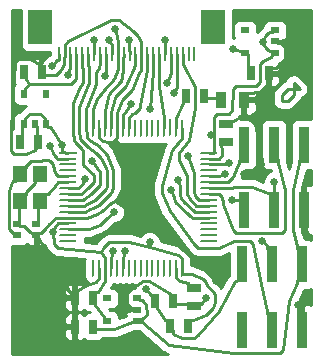
<source format=gtl>
G04 (created by PCBNEW (2013-jul-07)-stable) date Sat 18 Apr 2015 04:53:35 PM EDT*
%MOIN*%
G04 Gerber Fmt 3.4, Leading zero omitted, Abs format*
%FSLAX34Y34*%
G01*
G70*
G90*
G04 APERTURE LIST*
%ADD10C,0.00590551*%
%ADD11R,0.047X0.055*%
%ADD12R,0.06X0.0098*%
%ADD13O,0.06X0.0098*%
%ADD14O,0.0098X0.06*%
%ADD15R,0.02X0.03*%
%ADD16R,0.03X0.02*%
%ADD17R,0.035X0.055*%
%ADD18R,0.045X0.025*%
%ADD19R,0.025X0.045*%
%ADD20R,0.038X0.119*%
%ADD21R,0.0275591X0.023622*%
%ADD22R,0.0787X0.1181*%
%ADD23R,0.00984252X0.0492*%
%ADD24C,0.025*%
%ADD25C,0.009*%
%ADD26C,0.01*%
G04 APERTURE END LIST*
G54D10*
G54D11*
X24960Y-27241D03*
X24290Y-27241D03*
X24290Y-28141D03*
X24960Y-28141D03*
G54D12*
X25891Y-26523D03*
G54D13*
X25891Y-26720D03*
X25891Y-26917D03*
X25891Y-27114D03*
X25891Y-27311D03*
X25891Y-27507D03*
X25891Y-27704D03*
X25891Y-27901D03*
X25891Y-28098D03*
X25891Y-28295D03*
X25891Y-28492D03*
X25891Y-28688D03*
X25891Y-28885D03*
X25891Y-29082D03*
X25891Y-29279D03*
X25891Y-29476D03*
G54D14*
X26726Y-30374D03*
X26923Y-30374D03*
X27120Y-30374D03*
X27317Y-30374D03*
X27514Y-30374D03*
X27710Y-30374D03*
X27907Y-30374D03*
X28104Y-30374D03*
X28301Y-30374D03*
X28498Y-30374D03*
X28695Y-30374D03*
X28891Y-30374D03*
X29088Y-30374D03*
X29285Y-30374D03*
X29482Y-30374D03*
X29679Y-30374D03*
G54D13*
X30577Y-29476D03*
X30577Y-29279D03*
X30577Y-29082D03*
X30577Y-28885D03*
X30577Y-28688D03*
X30577Y-28492D03*
X30577Y-28295D03*
X30577Y-28098D03*
X30577Y-27901D03*
X30577Y-27704D03*
X30577Y-27507D03*
X30577Y-27311D03*
X30577Y-27114D03*
X30577Y-26917D03*
X30577Y-26720D03*
X30577Y-26523D03*
G54D14*
X29679Y-25688D03*
X29482Y-25688D03*
X29088Y-25688D03*
X29285Y-25681D03*
X28891Y-25688D03*
X28695Y-25688D03*
X28498Y-25688D03*
X28301Y-25688D03*
X28104Y-25688D03*
X27907Y-25688D03*
X27713Y-25688D03*
X27516Y-25688D03*
X27319Y-25688D03*
X27122Y-25688D03*
X26926Y-25688D03*
X26729Y-25688D03*
G54D15*
X24403Y-25574D03*
X25153Y-25574D03*
X24403Y-24574D03*
X24778Y-25574D03*
X25153Y-24574D03*
G54D16*
X28190Y-32129D03*
X28190Y-31379D03*
X27190Y-32129D03*
X28190Y-31754D03*
X27190Y-31379D03*
X32781Y-23194D03*
X32781Y-22444D03*
X31781Y-23194D03*
X32781Y-22819D03*
X31781Y-22444D03*
G54D17*
X30997Y-24763D03*
X31747Y-24763D03*
G54D18*
X31146Y-26154D03*
X31146Y-25554D03*
X30079Y-31647D03*
X30079Y-31047D03*
G54D19*
X29891Y-32297D03*
X29291Y-32297D03*
X29369Y-31457D03*
X28769Y-31457D03*
X26711Y-32325D03*
X26111Y-32325D03*
X26712Y-31361D03*
X26112Y-31361D03*
X24295Y-26167D03*
X24895Y-26167D03*
X30409Y-24624D03*
X29809Y-24624D03*
G54D20*
X33741Y-28434D03*
X32741Y-28434D03*
X31741Y-28434D03*
X33741Y-26254D03*
X32741Y-26254D03*
X31741Y-26254D03*
X31675Y-30243D03*
X32675Y-30243D03*
X33675Y-30243D03*
X31675Y-32423D03*
X32675Y-32423D03*
X33675Y-32423D03*
G54D21*
X24195Y-28887D03*
X24825Y-28887D03*
X24195Y-29281D03*
X24825Y-29281D03*
G54D19*
X25011Y-23829D03*
X24411Y-23829D03*
X31975Y-23877D03*
X32575Y-23877D03*
G54D22*
X30724Y-22332D03*
X24963Y-22332D03*
G54D23*
X25570Y-23247D03*
X25767Y-23247D03*
X25963Y-23247D03*
X26160Y-23247D03*
X26357Y-23247D03*
X26554Y-23247D03*
X26751Y-23247D03*
X26948Y-23247D03*
X27144Y-23247D03*
X27341Y-23247D03*
X27538Y-23247D03*
X27735Y-23247D03*
X27932Y-23247D03*
X28129Y-23247D03*
X28326Y-23247D03*
X28522Y-23247D03*
X28719Y-23247D03*
X28916Y-23247D03*
X29113Y-23247D03*
X29310Y-23247D03*
X29507Y-23247D03*
X29704Y-23247D03*
X29900Y-23247D03*
X30097Y-23247D03*
G54D24*
X32750Y-26500D03*
X31103Y-27238D03*
X31343Y-28098D03*
X29318Y-27753D03*
X29115Y-22769D03*
X29549Y-27431D03*
X29420Y-24525D03*
X29889Y-26646D03*
X29197Y-24186D03*
X32230Y-24850D03*
X24200Y-25030D03*
X25635Y-30855D03*
X33780Y-28180D03*
X30801Y-30789D03*
X33556Y-31609D03*
X30472Y-31381D03*
X33804Y-29248D03*
X31750Y-27250D03*
X27381Y-29811D03*
X27100Y-23956D03*
X31372Y-23069D03*
X27255Y-22755D03*
X26439Y-27393D03*
X28481Y-31084D03*
X27772Y-29812D03*
X28599Y-25068D03*
X31741Y-26254D03*
X26691Y-26815D03*
X25866Y-23947D03*
X25286Y-26286D03*
X25359Y-23642D03*
X31246Y-26874D03*
X32338Y-29485D03*
X32750Y-27500D03*
X28602Y-29505D03*
X30642Y-25926D03*
X27436Y-22407D03*
X25677Y-26255D03*
X25370Y-29177D03*
X32365Y-22825D03*
X27981Y-24911D03*
X26754Y-22773D03*
X27422Y-28497D03*
X27928Y-22773D03*
G54D25*
X33400Y-24400D02*
X33600Y-24400D01*
X33600Y-24400D02*
X33400Y-24200D01*
X33000Y-24800D02*
X33000Y-24600D01*
X33200Y-24800D02*
X33000Y-24800D01*
X33400Y-24600D02*
X33200Y-24800D01*
X33400Y-24400D02*
X33400Y-24600D01*
X33200Y-24400D02*
X33400Y-24400D01*
X33000Y-24600D02*
X33200Y-24400D01*
X33400Y-24200D02*
X33400Y-24400D01*
X28295Y-32074D02*
X28190Y-32129D01*
X28340Y-32074D02*
X28295Y-32074D01*
X28359Y-32074D02*
X28340Y-32074D01*
X28385Y-32048D02*
X28359Y-32074D01*
X28509Y-31924D02*
X28385Y-32048D01*
X28509Y-31785D02*
X28509Y-31924D01*
X28492Y-31745D02*
X28509Y-31785D01*
X28492Y-31591D02*
X28492Y-31745D01*
X28385Y-31461D02*
X28492Y-31591D01*
X28359Y-31434D02*
X28385Y-31461D01*
X28340Y-31434D02*
X28359Y-31434D01*
X28295Y-31434D02*
X28340Y-31434D01*
X28190Y-31379D02*
X28295Y-31434D01*
X28085Y-32184D02*
X28190Y-32129D01*
X28040Y-32184D02*
X28085Y-32184D01*
X28022Y-32184D02*
X28040Y-32184D01*
X27417Y-32415D02*
X28022Y-32184D01*
X26836Y-32415D02*
X27417Y-32415D01*
X26791Y-32415D02*
X26836Y-32415D01*
X26711Y-32325D02*
X26791Y-32415D01*
X28295Y-32184D02*
X28190Y-32129D01*
X28340Y-32184D02*
X28295Y-32184D01*
X28359Y-32184D02*
X28340Y-32184D01*
X29243Y-32940D02*
X28359Y-32184D01*
X31408Y-33204D02*
X29243Y-32940D01*
X32788Y-33204D02*
X31408Y-33204D01*
X32942Y-33204D02*
X32788Y-33204D01*
X33051Y-33095D02*
X32942Y-33204D01*
X33245Y-31480D02*
X33051Y-33095D01*
X33530Y-30856D02*
X33245Y-31480D01*
X33530Y-30838D02*
X33530Y-30856D01*
X33530Y-30793D02*
X33530Y-30838D01*
X33675Y-30243D02*
X33530Y-30793D01*
X33530Y-29693D02*
X33675Y-30243D01*
X33530Y-29648D02*
X33530Y-29693D01*
X33530Y-29629D02*
X33530Y-29648D01*
X33365Y-29106D02*
X33530Y-29629D01*
X33365Y-28952D02*
X33365Y-29106D01*
X33365Y-27762D02*
X33365Y-28952D01*
X33596Y-26868D02*
X33365Y-27762D01*
X33596Y-26849D02*
X33596Y-26868D01*
X33596Y-26804D02*
X33596Y-26849D01*
X33741Y-26254D02*
X33596Y-26804D01*
X32741Y-26254D02*
X32741Y-26491D01*
X32741Y-26491D02*
X32750Y-26500D01*
X30828Y-27901D02*
X30577Y-27901D01*
X30909Y-27901D02*
X30828Y-27901D01*
X31025Y-28017D02*
X30909Y-27901D01*
X31048Y-28204D02*
X31025Y-28017D01*
X31048Y-28221D02*
X31048Y-28204D01*
X31365Y-29106D02*
X31048Y-28221D01*
X31473Y-29215D02*
X31365Y-29106D01*
X31853Y-29215D02*
X31473Y-29215D01*
X32008Y-29215D02*
X31853Y-29215D01*
X32214Y-29186D02*
X32008Y-29215D01*
X32462Y-29186D02*
X32214Y-29186D01*
X32479Y-29203D02*
X32462Y-29186D01*
X32518Y-29215D02*
X32479Y-29203D01*
X32853Y-29215D02*
X32518Y-29215D01*
X33008Y-29215D02*
X32853Y-29215D01*
X33117Y-29106D02*
X33008Y-29215D01*
X33117Y-28952D02*
X33117Y-29106D01*
X33117Y-27762D02*
X33117Y-28952D01*
X32886Y-26868D02*
X33117Y-27762D01*
X32886Y-26849D02*
X32886Y-26868D01*
X32886Y-26804D02*
X32886Y-26849D01*
X32741Y-26254D02*
X32886Y-26804D01*
X31551Y-28098D02*
X31343Y-28098D01*
X31596Y-28098D02*
X31551Y-28098D01*
X31741Y-28434D02*
X31596Y-28098D01*
X30828Y-27311D02*
X30577Y-27311D01*
X30909Y-27311D02*
X30828Y-27311D01*
X31103Y-27238D02*
X30909Y-27311D01*
X29115Y-23001D02*
X29115Y-22769D01*
X29115Y-23046D02*
X29115Y-23001D01*
X29113Y-23247D02*
X29115Y-23046D01*
X30326Y-28688D02*
X30577Y-28688D01*
X30062Y-28688D02*
X30326Y-28688D01*
X29956Y-28644D02*
X30062Y-28688D01*
X29876Y-28567D02*
X29956Y-28644D01*
X29463Y-28155D02*
X29876Y-28567D01*
X29398Y-27996D02*
X29463Y-28155D01*
X29318Y-27753D02*
X29398Y-27996D01*
X30326Y-28492D02*
X30577Y-28492D01*
X30101Y-28492D02*
X30326Y-28492D01*
X30067Y-28478D02*
X30101Y-28492D01*
X29749Y-28161D02*
X30067Y-28478D01*
X29659Y-28024D02*
X29749Y-28161D01*
X29629Y-27950D02*
X29659Y-28024D01*
X29629Y-27624D02*
X29629Y-27950D01*
X29549Y-27431D02*
X29629Y-27624D01*
X29499Y-24322D02*
X29420Y-24525D01*
X29507Y-24314D02*
X29499Y-24322D01*
X29507Y-23493D02*
X29507Y-24314D01*
X29507Y-23448D02*
X29507Y-23493D01*
X29507Y-23247D02*
X29507Y-23448D01*
X30326Y-28295D02*
X30577Y-28295D01*
X30163Y-28295D02*
X30326Y-28295D01*
X29932Y-28065D02*
X30163Y-28295D01*
X29860Y-27897D02*
X29932Y-28065D01*
X29860Y-27302D02*
X29860Y-27897D01*
X29594Y-26780D02*
X29860Y-27302D01*
X29594Y-26522D02*
X29594Y-26780D01*
X29914Y-26118D02*
X29594Y-26522D01*
X30101Y-25022D02*
X29914Y-26118D01*
X30109Y-24922D02*
X30101Y-25022D01*
X30109Y-24777D02*
X30109Y-24922D01*
X30109Y-24327D02*
X30109Y-24777D01*
X29708Y-23557D02*
X30109Y-24327D01*
X29708Y-23493D02*
X29708Y-23557D01*
X29708Y-23448D02*
X29708Y-23493D01*
X29704Y-23247D02*
X29708Y-23448D01*
X29305Y-23864D02*
X29197Y-24186D01*
X29305Y-23493D02*
X29305Y-23864D01*
X29305Y-23448D02*
X29305Y-23493D01*
X29310Y-23247D02*
X29305Y-23448D01*
X30326Y-28098D02*
X30577Y-28098D01*
X30244Y-28098D02*
X30326Y-28098D01*
X30129Y-27983D02*
X30244Y-28098D01*
X30091Y-27802D02*
X30129Y-27983D01*
X30091Y-27217D02*
X30091Y-27802D01*
X29889Y-26646D02*
X30091Y-27217D01*
X29088Y-25437D02*
X29088Y-25688D01*
X29088Y-25356D02*
X29088Y-25437D01*
X28908Y-24306D02*
X29088Y-25356D01*
X28908Y-24066D02*
X28908Y-24306D01*
X28911Y-23864D02*
X28908Y-24066D01*
X28911Y-23493D02*
X28911Y-23864D01*
X28911Y-23448D02*
X28911Y-23493D01*
X28916Y-23247D02*
X28911Y-23448D01*
X27907Y-25437D02*
X27907Y-25688D01*
X27907Y-25356D02*
X27907Y-25437D01*
X28022Y-25240D02*
X27907Y-25356D01*
X28105Y-25212D02*
X28022Y-25240D01*
X28282Y-25036D02*
X28105Y-25212D01*
X28290Y-24940D02*
X28282Y-25036D01*
X28511Y-23764D02*
X28290Y-24940D01*
X28517Y-23726D02*
X28511Y-23764D01*
X28517Y-23493D02*
X28517Y-23726D01*
X28517Y-23448D02*
X28517Y-23493D01*
X28522Y-23247D02*
X28517Y-23448D01*
X27319Y-25437D02*
X27319Y-25688D01*
X27319Y-25174D02*
X27319Y-25437D01*
X27445Y-24698D02*
X27319Y-25174D01*
X27451Y-24684D02*
X27445Y-24698D01*
X27822Y-24313D02*
X27451Y-24684D01*
X27863Y-24215D02*
X27822Y-24313D01*
X28068Y-23715D02*
X27863Y-24215D01*
X28124Y-23553D02*
X28068Y-23715D01*
X28124Y-23493D02*
X28124Y-23553D01*
X28124Y-23448D02*
X28124Y-23493D01*
X28129Y-23247D02*
X28124Y-23448D01*
X27122Y-25437D02*
X27122Y-25688D01*
X27122Y-25135D02*
X27122Y-25437D01*
X27218Y-24653D02*
X27122Y-25135D01*
X27258Y-24555D02*
X27218Y-24653D01*
X27629Y-24184D02*
X27258Y-24555D01*
X27635Y-24169D02*
X27629Y-24184D01*
X27730Y-23766D02*
X27635Y-24169D01*
X27730Y-23493D02*
X27730Y-23766D01*
X27730Y-23448D02*
X27730Y-23493D01*
X27735Y-23247D02*
X27730Y-23448D01*
X26142Y-28295D02*
X25891Y-28295D01*
X26405Y-28295D02*
X26142Y-28295D01*
X26513Y-28251D02*
X26405Y-28295D01*
X26781Y-28094D02*
X26513Y-28251D01*
X27140Y-27736D02*
X26781Y-28094D01*
X27176Y-27647D02*
X27140Y-27736D01*
X27176Y-27140D02*
X27176Y-27647D01*
X27140Y-27051D02*
X27176Y-27140D01*
X26981Y-26695D02*
X27140Y-27051D01*
X26811Y-26525D02*
X26981Y-26695D01*
X26562Y-26343D02*
X26811Y-26525D01*
X26325Y-26107D02*
X26562Y-26343D01*
X26289Y-26065D02*
X26325Y-26107D01*
X26263Y-25781D02*
X26289Y-26065D01*
X26263Y-25395D02*
X26263Y-25781D01*
X26263Y-25000D02*
X26263Y-25395D01*
X26276Y-24932D02*
X26263Y-25000D01*
X26454Y-24503D02*
X26276Y-24932D01*
X26555Y-24282D02*
X26454Y-24503D01*
X26590Y-24198D02*
X26555Y-24282D01*
X26590Y-23696D02*
X26590Y-24198D01*
X26560Y-23570D02*
X26590Y-23696D01*
X26558Y-23553D02*
X26560Y-23570D01*
X26558Y-23493D02*
X26558Y-23553D01*
X26558Y-23448D02*
X26558Y-23493D01*
X26554Y-23247D02*
X26558Y-23448D01*
X31747Y-24763D02*
X32143Y-24763D01*
X32143Y-24763D02*
X32230Y-24850D01*
X26112Y-31361D02*
X26112Y-31332D01*
X24026Y-25018D02*
X24026Y-25018D01*
X24188Y-25018D02*
X24026Y-25018D01*
X24200Y-25030D02*
X24188Y-25018D01*
X26112Y-31332D02*
X25635Y-30855D01*
X33741Y-28218D02*
X33741Y-28434D01*
X33780Y-28180D02*
X33741Y-28218D01*
X24243Y-28371D02*
X24290Y-28141D01*
X24243Y-28416D02*
X24243Y-28371D01*
X24243Y-28769D02*
X24243Y-28416D01*
X24243Y-28814D02*
X24243Y-28769D01*
X24195Y-28887D02*
X24243Y-28814D01*
X26142Y-28688D02*
X25891Y-28688D01*
X26523Y-28688D02*
X26142Y-28688D01*
X26846Y-28554D02*
X26523Y-28688D01*
X27029Y-28466D02*
X26846Y-28554D01*
X27298Y-28198D02*
X27029Y-28466D01*
X27438Y-28144D02*
X27298Y-28198D01*
X26112Y-31541D02*
X26112Y-31361D01*
X26112Y-31586D02*
X26112Y-31541D01*
X26112Y-32100D02*
X26112Y-31586D01*
X26112Y-32145D02*
X26112Y-32100D01*
X26111Y-32325D02*
X26112Y-32145D01*
X27400Y-26136D02*
X27298Y-26179D01*
X27516Y-26021D02*
X27400Y-26136D01*
X27516Y-25939D02*
X27516Y-26021D01*
X27516Y-25688D02*
X27516Y-25939D01*
X30349Y-31541D02*
X30472Y-31381D01*
X30323Y-31567D02*
X30349Y-31541D01*
X30304Y-31567D02*
X30323Y-31567D01*
X30259Y-31567D02*
X30304Y-31567D01*
X30079Y-31647D02*
X30259Y-31567D01*
X29449Y-31567D02*
X29369Y-31457D01*
X29494Y-31567D02*
X29449Y-31567D01*
X29854Y-31567D02*
X29494Y-31567D01*
X29899Y-31567D02*
X29854Y-31567D01*
X30079Y-31647D02*
X29899Y-31567D01*
X27516Y-25437D02*
X27516Y-25688D01*
X27516Y-25214D02*
X27516Y-25437D01*
X27673Y-24784D02*
X27516Y-25214D01*
X28015Y-24442D02*
X27673Y-24784D01*
X28252Y-23877D02*
X28015Y-24442D01*
X28300Y-23761D02*
X28252Y-23877D01*
X28321Y-23657D02*
X28300Y-23761D01*
X28321Y-23493D02*
X28321Y-23657D01*
X28321Y-23448D02*
X28321Y-23493D01*
X28326Y-23247D02*
X28321Y-23448D01*
X29661Y-29691D02*
X30801Y-30789D01*
X27550Y-28186D02*
X29661Y-29691D01*
X27438Y-28144D02*
X27550Y-28186D01*
X24815Y-26347D02*
X24895Y-26167D01*
X24026Y-25018D02*
X23984Y-25865D01*
X23984Y-25865D02*
X23984Y-26315D01*
X23984Y-26315D02*
X23984Y-26469D01*
X23984Y-26469D02*
X24093Y-26578D01*
X24093Y-26578D02*
X24138Y-26578D01*
X24138Y-26578D02*
X24292Y-26578D01*
X24292Y-26578D02*
X24360Y-26568D01*
X24360Y-26568D02*
X24493Y-26568D01*
X24493Y-26568D02*
X24788Y-26437D01*
X24788Y-26437D02*
X24815Y-26411D01*
X24815Y-26411D02*
X24815Y-26392D01*
X24815Y-26392D02*
X24815Y-26347D01*
X24100Y-23527D02*
X24026Y-25018D01*
X25011Y-23829D02*
X24931Y-23649D01*
X24931Y-23649D02*
X24931Y-23604D01*
X24931Y-23604D02*
X24931Y-23585D01*
X24931Y-23585D02*
X24905Y-23559D01*
X24905Y-23559D02*
X24613Y-23418D01*
X24613Y-23418D02*
X24363Y-23418D01*
X24363Y-23418D02*
X24209Y-23418D01*
X24209Y-23418D02*
X24100Y-23527D01*
X31682Y-25038D02*
X31682Y-25301D01*
X31682Y-24993D02*
X31682Y-25038D01*
X31747Y-24763D02*
X31682Y-24993D01*
X31326Y-25474D02*
X31146Y-25554D01*
X31371Y-25474D02*
X31326Y-25474D01*
X31390Y-25474D02*
X31371Y-25474D01*
X31682Y-25301D02*
X31390Y-25474D01*
X27561Y-28017D02*
X27438Y-28144D01*
X27674Y-27746D02*
X27561Y-28017D01*
X27674Y-27041D02*
X27674Y-27746D01*
X27561Y-26769D02*
X27674Y-27041D01*
X27422Y-26453D02*
X27561Y-26769D01*
X27298Y-26179D02*
X27422Y-26453D01*
X25771Y-23046D02*
X25767Y-23247D01*
X25771Y-23001D02*
X25771Y-23046D01*
X25771Y-22942D02*
X25771Y-23001D01*
X25772Y-22924D02*
X25771Y-22942D01*
X25881Y-22815D02*
X25772Y-22924D01*
X27307Y-22095D02*
X25881Y-22815D01*
X27565Y-22095D02*
X27307Y-22095D01*
X28052Y-22472D02*
X27565Y-22095D01*
X28229Y-22648D02*
X28052Y-22472D01*
X28300Y-22829D02*
X28229Y-22648D01*
X28319Y-22924D02*
X28300Y-22829D01*
X28321Y-22942D02*
X28319Y-22924D01*
X28321Y-23001D02*
X28321Y-22942D01*
X28321Y-23046D02*
X28321Y-23001D01*
X28326Y-23247D02*
X28321Y-23046D01*
X32655Y-23697D02*
X32575Y-23877D01*
X32700Y-23697D02*
X32655Y-23697D01*
X32798Y-23697D02*
X32700Y-23697D01*
X33034Y-23461D02*
X32798Y-23697D01*
X33117Y-23371D02*
X33034Y-23461D01*
X33117Y-23217D02*
X33117Y-23371D01*
X33117Y-23017D02*
X33117Y-23217D01*
X33008Y-22908D02*
X33117Y-23017D01*
X32950Y-22874D02*
X33008Y-22908D01*
X32931Y-22874D02*
X32950Y-22874D01*
X32886Y-22874D02*
X32931Y-22874D01*
X32781Y-22819D02*
X32886Y-22874D01*
X25091Y-23929D02*
X25011Y-23829D01*
X25136Y-23929D02*
X25091Y-23929D01*
X25478Y-23929D02*
X25136Y-23929D01*
X25646Y-23761D02*
X25478Y-23929D01*
X25760Y-23570D02*
X25646Y-23761D01*
X25762Y-23553D02*
X25760Y-23570D01*
X25762Y-23493D02*
X25762Y-23553D01*
X25762Y-23448D02*
X25762Y-23493D01*
X25767Y-23247D02*
X25762Y-23448D01*
X28085Y-31699D02*
X28190Y-31754D01*
X28040Y-31699D02*
X28085Y-31699D01*
X28022Y-31699D02*
X28040Y-31699D01*
X27963Y-31665D02*
X28022Y-31699D01*
X27854Y-31556D02*
X27963Y-31665D01*
X27854Y-31402D02*
X27854Y-31556D01*
X27854Y-31202D02*
X27854Y-31402D01*
X27963Y-31093D02*
X27854Y-31202D01*
X28370Y-30817D02*
X27963Y-31093D01*
X28592Y-30817D02*
X28370Y-30817D01*
X29263Y-31187D02*
X28592Y-30817D01*
X29289Y-31214D02*
X29263Y-31187D01*
X29289Y-31232D02*
X29289Y-31214D01*
X29289Y-31277D02*
X29289Y-31232D01*
X29369Y-31457D02*
X29289Y-31277D01*
X24918Y-29208D02*
X24825Y-29281D01*
X24963Y-29208D02*
X24918Y-29208D01*
X24982Y-29208D02*
X24963Y-29208D01*
X25008Y-29181D02*
X24982Y-29208D01*
X25104Y-29067D02*
X25008Y-29181D01*
X25246Y-28919D02*
X25104Y-29067D01*
X25477Y-28688D02*
X25246Y-28919D01*
X25640Y-28688D02*
X25477Y-28688D01*
X25891Y-28688D02*
X25640Y-28688D01*
X24918Y-29354D02*
X24825Y-29281D01*
X24918Y-29399D02*
X24918Y-29354D01*
X24918Y-29417D02*
X24918Y-29399D01*
X25942Y-31154D02*
X24918Y-29417D01*
X25969Y-31181D02*
X25942Y-31154D01*
X25987Y-31181D02*
X25969Y-31181D01*
X26032Y-31181D02*
X25987Y-31181D01*
X26112Y-31361D02*
X26032Y-31181D01*
X27221Y-26174D02*
X27298Y-26179D01*
X27041Y-26135D02*
X27221Y-26174D01*
X26926Y-26021D02*
X27041Y-26135D01*
X26926Y-25939D02*
X26926Y-26021D01*
X26926Y-25688D02*
X26926Y-25939D01*
X33556Y-31873D02*
X33675Y-32423D01*
X33556Y-31828D02*
X33556Y-31873D01*
X33556Y-31609D02*
X33556Y-31828D01*
X33804Y-28984D02*
X33741Y-28434D01*
X33804Y-29029D02*
X33804Y-28984D01*
X33804Y-29248D02*
X33804Y-29029D01*
X31682Y-25301D02*
X32008Y-25473D01*
X24288Y-28960D02*
X24195Y-28887D01*
X24333Y-28960D02*
X24288Y-28960D01*
X24352Y-28960D02*
X24333Y-28960D01*
X24407Y-28985D02*
X24352Y-28960D01*
X24614Y-29182D02*
X24407Y-28985D01*
X24669Y-29208D02*
X24614Y-29182D01*
X24688Y-29208D02*
X24669Y-29208D01*
X24733Y-29208D02*
X24688Y-29208D01*
X24825Y-29281D02*
X24733Y-29208D01*
X26923Y-30625D02*
X26923Y-30374D01*
X26923Y-30707D02*
X26923Y-30625D01*
X26807Y-30822D02*
X26923Y-30707D01*
X26510Y-30950D02*
X26807Y-30822D01*
X26219Y-31091D02*
X26510Y-30950D01*
X26192Y-31117D02*
X26219Y-31091D01*
X26192Y-31136D02*
X26192Y-31117D01*
X26192Y-31181D02*
X26192Y-31136D01*
X26112Y-31361D02*
X26192Y-31181D01*
X24770Y-27471D02*
X24960Y-27241D01*
X24770Y-27516D02*
X24770Y-27471D01*
X24770Y-27535D02*
X24770Y-27516D01*
X24480Y-27847D02*
X24770Y-27535D01*
X24480Y-27866D02*
X24480Y-27847D01*
X24480Y-27911D02*
X24480Y-27866D01*
X24290Y-28141D02*
X24480Y-27911D01*
X24833Y-25987D02*
X24895Y-26167D01*
X24833Y-25942D02*
X24833Y-25987D01*
X24833Y-25724D02*
X24833Y-25942D01*
X24833Y-25679D02*
X24833Y-25724D01*
X24778Y-25574D02*
X24833Y-25679D01*
X31877Y-24533D02*
X31747Y-24763D01*
X31922Y-24533D02*
X31877Y-24533D01*
X31941Y-24533D02*
X31922Y-24533D01*
X32228Y-24519D02*
X31941Y-24533D01*
X32272Y-24516D02*
X32228Y-24519D01*
X32514Y-24273D02*
X32272Y-24516D01*
X32514Y-24102D02*
X32514Y-24273D01*
X32514Y-24057D02*
X32514Y-24102D01*
X32575Y-23877D02*
X32514Y-24057D01*
X32365Y-26926D02*
X31750Y-27250D01*
X32117Y-25582D02*
X32365Y-26926D01*
X32008Y-25473D02*
X32117Y-25582D01*
X27139Y-23766D02*
X27100Y-23956D01*
X27139Y-23493D02*
X27139Y-23766D01*
X27139Y-23448D02*
X27139Y-23493D01*
X27144Y-23247D02*
X27139Y-23448D01*
X27317Y-30123D02*
X27317Y-30374D01*
X27317Y-30042D02*
X27317Y-30123D01*
X27381Y-29811D02*
X27317Y-30042D01*
X29482Y-25437D02*
X29482Y-25688D01*
X29482Y-25356D02*
X29482Y-25437D01*
X29729Y-24868D02*
X29482Y-25356D01*
X29729Y-24849D02*
X29729Y-24868D01*
X29729Y-24804D02*
X29729Y-24849D01*
X29809Y-24624D02*
X29729Y-24804D01*
X29482Y-30625D02*
X29482Y-30374D01*
X29487Y-30705D02*
X29482Y-30625D01*
X29600Y-30817D02*
X29487Y-30705D01*
X29873Y-30877D02*
X29600Y-30817D01*
X29899Y-30904D02*
X29873Y-30877D01*
X29899Y-30922D02*
X29899Y-30904D01*
X29899Y-30967D02*
X29899Y-30922D01*
X30079Y-31047D02*
X29899Y-30967D01*
X25150Y-27911D02*
X24960Y-28141D01*
X25195Y-27911D02*
X25150Y-27911D01*
X25214Y-27911D02*
X25195Y-27911D01*
X25240Y-27885D02*
X25214Y-27911D01*
X25443Y-27623D02*
X25240Y-27885D01*
X25558Y-27507D02*
X25443Y-27623D01*
X25640Y-27507D02*
X25558Y-27507D01*
X25891Y-27507D02*
X25640Y-27507D01*
X24893Y-28371D02*
X24960Y-28141D01*
X24893Y-28416D02*
X24893Y-28371D01*
X24893Y-28769D02*
X24893Y-28416D01*
X24893Y-28814D02*
X24893Y-28769D01*
X24825Y-28887D02*
X24893Y-28814D01*
X24480Y-27011D02*
X24290Y-27241D01*
X24480Y-26966D02*
X24480Y-27011D01*
X24480Y-26947D02*
X24480Y-26966D01*
X24506Y-26921D02*
X24480Y-26947D01*
X24652Y-26790D02*
X24506Y-26921D01*
X24934Y-26790D02*
X24652Y-26790D01*
X25073Y-26780D02*
X24934Y-26790D01*
X25227Y-26780D02*
X25073Y-26780D01*
X25266Y-26795D02*
X25227Y-26780D01*
X25366Y-26895D02*
X25266Y-26795D01*
X25381Y-26934D02*
X25366Y-26895D01*
X25443Y-27196D02*
X25381Y-26934D01*
X25558Y-27311D02*
X25443Y-27196D01*
X25640Y-27311D02*
X25558Y-27311D01*
X25891Y-27311D02*
X25640Y-27311D01*
X24100Y-27471D02*
X24290Y-27241D01*
X24055Y-27471D02*
X24100Y-27471D01*
X24036Y-27471D02*
X24055Y-27471D01*
X24010Y-27497D02*
X24036Y-27471D01*
X23914Y-27789D02*
X24010Y-27497D01*
X23913Y-27807D02*
X23914Y-27789D01*
X23913Y-28357D02*
X23913Y-27807D01*
X23913Y-28475D02*
X23913Y-28357D01*
X23913Y-29065D02*
X23913Y-28475D01*
X24013Y-29181D02*
X23913Y-29065D01*
X24039Y-29208D02*
X24013Y-29181D01*
X24058Y-29208D02*
X24039Y-29208D01*
X24103Y-29208D02*
X24058Y-29208D01*
X24195Y-29281D02*
X24103Y-29208D01*
X31676Y-23139D02*
X31781Y-23194D01*
X31631Y-23139D02*
X31676Y-23139D01*
X31613Y-23139D02*
X31631Y-23139D01*
X31372Y-23069D02*
X31613Y-23139D01*
X31886Y-23249D02*
X31781Y-23194D01*
X31886Y-23294D02*
X31886Y-23249D01*
X31886Y-23313D02*
X31886Y-23294D01*
X31895Y-23633D02*
X31886Y-23313D01*
X31895Y-23652D02*
X31895Y-23633D01*
X31895Y-23697D02*
X31895Y-23652D01*
X31975Y-23877D02*
X31895Y-23697D01*
X27336Y-22942D02*
X27255Y-22755D01*
X27336Y-23001D02*
X27336Y-22942D01*
X27336Y-23046D02*
X27336Y-23001D01*
X27341Y-23247D02*
X27336Y-23046D01*
X24491Y-24072D02*
X24582Y-24228D01*
X24491Y-24054D02*
X24491Y-24072D01*
X24491Y-24009D02*
X24491Y-24054D01*
X24411Y-23829D02*
X24491Y-24009D01*
X24458Y-24469D02*
X24403Y-24574D01*
X24458Y-24424D02*
X24458Y-24469D01*
X24458Y-24405D02*
X24458Y-24424D01*
X24582Y-24228D02*
X24458Y-24405D01*
X24809Y-24240D02*
X24582Y-24228D01*
X24963Y-24240D02*
X24809Y-24240D01*
X24976Y-24239D02*
X24963Y-24240D01*
X25130Y-24239D02*
X24976Y-24239D01*
X25330Y-24239D02*
X25130Y-24239D01*
X25744Y-24242D02*
X25330Y-24239D01*
X25988Y-24242D02*
X25744Y-24242D01*
X26160Y-24069D02*
X25988Y-24242D01*
X26160Y-23493D02*
X26160Y-24069D01*
X26160Y-23448D02*
X26160Y-23493D01*
X26160Y-23247D02*
X26160Y-23448D01*
X30828Y-26720D02*
X30577Y-26720D01*
X30909Y-26720D02*
X30828Y-26720D01*
X31025Y-26605D02*
X30909Y-26720D01*
X31025Y-26442D02*
X31025Y-26605D01*
X30966Y-26279D02*
X31025Y-26442D01*
X30966Y-26234D02*
X30966Y-26279D01*
X31146Y-26154D02*
X30966Y-26234D01*
X30867Y-24693D02*
X30997Y-24763D01*
X30822Y-24693D02*
X30867Y-24693D01*
X30534Y-24693D02*
X30822Y-24693D01*
X30489Y-24693D02*
X30534Y-24693D01*
X30409Y-24624D02*
X30489Y-24693D01*
X29371Y-32477D02*
X29291Y-32297D01*
X29371Y-32522D02*
X29371Y-32477D01*
X29371Y-32541D02*
X29371Y-32522D01*
X29397Y-32567D02*
X29371Y-32541D01*
X29689Y-32709D02*
X29397Y-32567D01*
X29939Y-32709D02*
X29689Y-32709D01*
X30093Y-32709D02*
X29939Y-32709D01*
X30202Y-32600D02*
X30093Y-32709D01*
X30929Y-31814D02*
X30202Y-32600D01*
X31440Y-30819D02*
X30929Y-31814D01*
X31466Y-30793D02*
X31440Y-30819D01*
X31485Y-30793D02*
X31466Y-30793D01*
X31530Y-30793D02*
X31485Y-30793D01*
X31675Y-30243D02*
X31530Y-30793D01*
X28599Y-31251D02*
X28481Y-31084D01*
X28626Y-31277D02*
X28599Y-31251D01*
X28644Y-31277D02*
X28626Y-31277D01*
X28689Y-31277D02*
X28644Y-31277D01*
X28769Y-31457D02*
X28689Y-31277D01*
X26142Y-27704D02*
X25891Y-27704D01*
X26223Y-27704D02*
X26142Y-27704D01*
X26339Y-27589D02*
X26223Y-27704D01*
X26439Y-27393D02*
X26339Y-27589D01*
X28831Y-31637D02*
X28769Y-31457D01*
X28831Y-31682D02*
X28831Y-31637D01*
X28831Y-31709D02*
X28831Y-31682D01*
X29121Y-32091D02*
X28831Y-31709D01*
X29147Y-32117D02*
X29121Y-32091D01*
X29166Y-32117D02*
X29147Y-32117D01*
X29211Y-32117D02*
X29166Y-32117D01*
X29291Y-32297D02*
X29211Y-32117D01*
X28714Y-23805D02*
X28599Y-25068D01*
X28714Y-23493D02*
X28714Y-23805D01*
X28714Y-23448D02*
X28714Y-23493D01*
X28719Y-23247D02*
X28714Y-23448D01*
X27710Y-30123D02*
X27710Y-30374D01*
X27710Y-30042D02*
X27710Y-30123D01*
X27772Y-29812D02*
X27710Y-30042D01*
X26142Y-28492D02*
X25891Y-28492D01*
X26445Y-28492D02*
X26142Y-28492D01*
X26624Y-28418D02*
X26445Y-28492D01*
X26723Y-28370D02*
X26624Y-28418D01*
X26905Y-28280D02*
X26723Y-28370D01*
X27325Y-27860D02*
X26905Y-28280D01*
X27396Y-27690D02*
X27325Y-27860D01*
X27396Y-27096D02*
X27396Y-27690D01*
X27325Y-26927D02*
X27396Y-27096D01*
X27190Y-26608D02*
X27325Y-26927D01*
X26899Y-26316D02*
X27190Y-26608D01*
X26644Y-26143D02*
X26899Y-26316D01*
X26525Y-26024D02*
X26644Y-26143D01*
X26507Y-25974D02*
X26525Y-26024D01*
X26494Y-25685D02*
X26507Y-25974D01*
X26494Y-25490D02*
X26494Y-25685D01*
X26494Y-25023D02*
X26494Y-25490D01*
X26498Y-24999D02*
X26494Y-25023D01*
X26805Y-24240D02*
X26498Y-24999D01*
X26828Y-23844D02*
X26805Y-24240D01*
X26887Y-23754D02*
X26828Y-23844D01*
X26902Y-23718D02*
X26887Y-23754D01*
X26922Y-23666D02*
X26902Y-23718D01*
X26941Y-23570D02*
X26922Y-23666D01*
X26943Y-23553D02*
X26941Y-23570D01*
X26943Y-23493D02*
X26943Y-23553D01*
X26943Y-23448D02*
X26943Y-23493D01*
X26948Y-23247D02*
X26943Y-23448D01*
X31741Y-26254D02*
X31596Y-26804D01*
X31596Y-26804D02*
X31596Y-26849D01*
X31596Y-26849D02*
X31596Y-26868D01*
X31596Y-26868D02*
X31527Y-27019D01*
X31527Y-27019D02*
X31376Y-27351D01*
X31376Y-27351D02*
X31216Y-27511D01*
X31216Y-27511D02*
X30990Y-27511D01*
X30990Y-27511D02*
X30990Y-27511D01*
X30990Y-27511D02*
X30909Y-27507D01*
X30909Y-27507D02*
X30828Y-27507D01*
X30577Y-27507D02*
X30828Y-27507D01*
X26142Y-27901D02*
X25891Y-27901D01*
X26305Y-27901D02*
X26142Y-27901D01*
X26560Y-27687D02*
X26305Y-27901D01*
X26732Y-27515D02*
X26560Y-27687D01*
X26732Y-27272D02*
X26732Y-27515D01*
X26397Y-26937D02*
X26732Y-27272D01*
X26375Y-26496D02*
X26397Y-26937D01*
X26369Y-26454D02*
X26375Y-26496D01*
X26346Y-26410D02*
X26369Y-26454D01*
X26107Y-26172D02*
X26346Y-26410D01*
X26085Y-26117D02*
X26107Y-26172D01*
X26032Y-25833D02*
X26085Y-26117D01*
X26032Y-25342D02*
X26032Y-25833D01*
X26032Y-24977D02*
X26032Y-25342D01*
X26054Y-24864D02*
X26032Y-24977D01*
X26249Y-24393D02*
X26054Y-24864D01*
X26373Y-24160D02*
X26249Y-24393D01*
X26375Y-24155D02*
X26373Y-24160D01*
X26375Y-23739D02*
X26375Y-24155D01*
X26361Y-23653D02*
X26375Y-23739D01*
X26361Y-23493D02*
X26361Y-23653D01*
X26361Y-23448D02*
X26361Y-23493D01*
X26357Y-23247D02*
X26361Y-23448D01*
X25958Y-23653D02*
X25866Y-23947D01*
X25958Y-23493D02*
X25958Y-23653D01*
X25958Y-23448D02*
X25958Y-23493D01*
X25963Y-23247D02*
X25958Y-23448D01*
X26142Y-28098D02*
X25891Y-28098D01*
X26366Y-28098D02*
X26142Y-28098D01*
X26401Y-28084D02*
X26366Y-28098D01*
X26657Y-27908D02*
X26401Y-28084D01*
X26954Y-27612D02*
X26657Y-27908D01*
X26957Y-27603D02*
X26954Y-27612D01*
X26957Y-27183D02*
X26957Y-27603D01*
X26954Y-27175D02*
X26957Y-27183D01*
X26691Y-26815D02*
X26954Y-27175D01*
X25475Y-23475D02*
X25359Y-23642D01*
X25502Y-23448D02*
X25475Y-23475D01*
X25520Y-23448D02*
X25502Y-23448D01*
X25565Y-23448D02*
X25520Y-23448D01*
X25570Y-23247D02*
X25565Y-23448D01*
X25640Y-26720D02*
X25891Y-26720D01*
X25530Y-26720D02*
X25640Y-26720D01*
X25514Y-26713D02*
X25530Y-26720D01*
X25405Y-26604D02*
X25514Y-26713D01*
X25286Y-26286D02*
X25405Y-26604D01*
X29679Y-25939D02*
X29679Y-25688D01*
X29679Y-26021D02*
X29679Y-25939D01*
X29370Y-26419D02*
X29679Y-26021D01*
X29363Y-26436D02*
X29370Y-26419D01*
X29007Y-27624D02*
X29363Y-26436D01*
X29007Y-27882D02*
X29007Y-27624D01*
X29268Y-28483D02*
X29007Y-27882D01*
X30091Y-29574D02*
X29268Y-28483D01*
X30228Y-29711D02*
X30091Y-29574D01*
X30730Y-29711D02*
X30228Y-29711D01*
X30925Y-29711D02*
X30730Y-29711D01*
X31408Y-29462D02*
X30925Y-29711D01*
X31562Y-29462D02*
X31408Y-29462D01*
X31897Y-29462D02*
X31562Y-29462D01*
X31937Y-29474D02*
X31897Y-29462D01*
X32039Y-29576D02*
X31937Y-29474D01*
X32039Y-29609D02*
X32039Y-29576D01*
X32043Y-29619D02*
X32039Y-29609D01*
X32299Y-30915D02*
X32043Y-29619D01*
X32530Y-31809D02*
X32299Y-30915D01*
X32530Y-31828D02*
X32530Y-31809D01*
X32530Y-31873D02*
X32530Y-31828D01*
X32675Y-32423D02*
X32530Y-31873D01*
X32504Y-29603D02*
X32338Y-29485D01*
X32530Y-29629D02*
X32504Y-29603D01*
X32530Y-29648D02*
X32530Y-29629D01*
X32530Y-29693D02*
X32530Y-29648D01*
X32675Y-30243D02*
X32530Y-29693D01*
X30828Y-26917D02*
X30577Y-26917D01*
X30991Y-26917D02*
X30828Y-26917D01*
X31246Y-26874D02*
X30991Y-26917D01*
X32741Y-28434D02*
X32741Y-27508D01*
X32741Y-27508D02*
X32750Y-27500D01*
X30828Y-27704D02*
X30577Y-27704D01*
X31296Y-27704D02*
X30828Y-27704D01*
X31473Y-27653D02*
X31296Y-27704D01*
X31628Y-27653D02*
X31473Y-27653D01*
X32008Y-27653D02*
X31628Y-27653D01*
X32532Y-27884D02*
X32008Y-27653D01*
X32551Y-27884D02*
X32532Y-27884D01*
X32596Y-27884D02*
X32551Y-27884D01*
X32741Y-28434D02*
X32596Y-27884D01*
X28616Y-29684D02*
X28616Y-29519D01*
X28616Y-29519D02*
X28602Y-29505D01*
X30642Y-25926D02*
X30690Y-25878D01*
X30690Y-25878D02*
X30735Y-25878D01*
X27070Y-29682D02*
X26985Y-29833D01*
X27252Y-29500D02*
X27070Y-29682D01*
X27510Y-29500D02*
X27252Y-29500D01*
X27901Y-29501D02*
X27510Y-29500D01*
X29563Y-29926D02*
X28616Y-29684D01*
X28616Y-29684D02*
X27901Y-29501D01*
X29679Y-30042D02*
X29563Y-29926D01*
X29679Y-30123D02*
X29679Y-30042D01*
X29679Y-30374D02*
X29679Y-30123D01*
X26729Y-25437D02*
X26729Y-25688D01*
X26729Y-25057D02*
X26729Y-25437D01*
X26863Y-24734D02*
X26729Y-25057D01*
X27065Y-24426D02*
X26863Y-24734D01*
X27407Y-24084D02*
X27065Y-24426D01*
X27532Y-23726D02*
X27407Y-24084D01*
X27533Y-23553D02*
X27532Y-23726D01*
X27533Y-23493D02*
X27533Y-23553D01*
X27533Y-23448D02*
X27533Y-23493D01*
X27538Y-23247D02*
X27533Y-23448D01*
X30735Y-26523D02*
X30577Y-26523D01*
X30735Y-25352D02*
X30735Y-25878D01*
X30735Y-25878D02*
X30735Y-26523D01*
X30844Y-25243D02*
X30735Y-25352D01*
X31249Y-25224D02*
X30844Y-25243D01*
X31358Y-25115D02*
X31249Y-25224D01*
X31386Y-24410D02*
X31358Y-25115D01*
X31495Y-24301D02*
X31386Y-24410D01*
X32132Y-24288D02*
X31495Y-24301D01*
X32173Y-24277D02*
X32132Y-24288D01*
X32275Y-24175D02*
X32173Y-24277D01*
X32275Y-23580D02*
X32275Y-24175D01*
X32378Y-23477D02*
X32275Y-23580D01*
X32650Y-23339D02*
X32378Y-23477D01*
X32676Y-23313D02*
X32650Y-23339D01*
X32676Y-23294D02*
X32676Y-23313D01*
X32676Y-23249D02*
X32676Y-23294D01*
X32781Y-23194D02*
X32676Y-23249D01*
X25098Y-25469D02*
X25153Y-25574D01*
X25098Y-25424D02*
X25098Y-25469D01*
X25098Y-25405D02*
X25098Y-25424D01*
X25064Y-25347D02*
X25098Y-25405D01*
X24955Y-25238D02*
X25064Y-25347D01*
X24755Y-25238D02*
X24955Y-25238D01*
X24601Y-25238D02*
X24755Y-25238D01*
X24492Y-25347D02*
X24601Y-25238D01*
X24458Y-25405D02*
X24492Y-25347D01*
X24458Y-25424D02*
X24458Y-25405D01*
X24458Y-25469D02*
X24458Y-25424D01*
X24403Y-25574D02*
X24458Y-25469D01*
X32445Y-22642D02*
X32365Y-22825D01*
X32554Y-22533D02*
X32445Y-22642D01*
X32613Y-22499D02*
X32554Y-22533D01*
X32631Y-22499D02*
X32613Y-22499D01*
X32676Y-22499D02*
X32631Y-22499D01*
X32781Y-22444D02*
X32676Y-22499D01*
X32676Y-23139D02*
X32781Y-23194D01*
X32631Y-23139D02*
X32676Y-23139D01*
X32613Y-23139D02*
X32631Y-23139D01*
X32554Y-23105D02*
X32613Y-23139D01*
X32445Y-22996D02*
X32554Y-23105D01*
X32365Y-22825D02*
X32445Y-22996D01*
X25677Y-26519D02*
X25891Y-26523D01*
X25677Y-26474D02*
X25677Y-26519D01*
X25677Y-26255D02*
X25677Y-26474D01*
X25640Y-28885D02*
X25891Y-28885D01*
X25558Y-28885D02*
X25640Y-28885D01*
X25443Y-29001D02*
X25558Y-28885D01*
X25370Y-29177D02*
X25443Y-29001D01*
X27522Y-22645D02*
X27436Y-22407D01*
X27533Y-22860D02*
X27522Y-22645D01*
X27533Y-23001D02*
X27533Y-22860D01*
X27533Y-23046D02*
X27533Y-23001D01*
X27538Y-23247D02*
X27533Y-23046D01*
X27120Y-30625D02*
X27120Y-30374D01*
X27120Y-30789D02*
X27120Y-30625D01*
X26882Y-31154D02*
X27120Y-30789D01*
X26856Y-31181D02*
X26882Y-31154D01*
X26837Y-31181D02*
X26856Y-31181D01*
X26792Y-31181D02*
X26837Y-31181D01*
X26712Y-31361D02*
X26792Y-31181D01*
X26792Y-31541D02*
X26712Y-31361D01*
X26792Y-31586D02*
X26792Y-31541D01*
X26792Y-31604D02*
X26792Y-31586D01*
X27085Y-32011D02*
X26792Y-31604D01*
X27085Y-32029D02*
X27085Y-32011D01*
X27085Y-32074D02*
X27085Y-32029D01*
X27190Y-32129D02*
X27085Y-32074D01*
X24349Y-25679D02*
X24403Y-25574D01*
X24349Y-25724D02*
X24349Y-25679D01*
X24349Y-25942D02*
X24349Y-25724D01*
X24349Y-25987D02*
X24349Y-25942D01*
X24295Y-26167D02*
X24349Y-25987D01*
X29679Y-30563D02*
X29679Y-30374D01*
X30003Y-30563D02*
X29679Y-30563D01*
X30381Y-30736D02*
X30003Y-30563D01*
X30490Y-30845D02*
X30381Y-30736D01*
X30490Y-30918D02*
X30490Y-30845D01*
X30783Y-31252D02*
X30490Y-30918D01*
X30783Y-31509D02*
X30783Y-31252D01*
X30721Y-31695D02*
X30783Y-31509D01*
X30477Y-31940D02*
X30721Y-31695D01*
X30035Y-32117D02*
X30477Y-31940D01*
X30016Y-32117D02*
X30035Y-32117D01*
X29971Y-32117D02*
X30016Y-32117D01*
X29891Y-32297D02*
X29971Y-32117D01*
X25542Y-29711D02*
X26985Y-29833D01*
X25405Y-29574D02*
X25542Y-29711D01*
X25370Y-29177D02*
X25405Y-29574D01*
X25317Y-25698D02*
X25677Y-26255D01*
X25279Y-25660D02*
X25317Y-25698D01*
X25253Y-25660D02*
X25279Y-25660D01*
X25208Y-25660D02*
X25253Y-25660D01*
X25153Y-25574D02*
X25208Y-25660D01*
X27120Y-30123D02*
X27120Y-30374D01*
X27120Y-30042D02*
X27120Y-30123D01*
X26985Y-29833D02*
X27120Y-30042D01*
X26754Y-23001D02*
X26754Y-22773D01*
X26754Y-23046D02*
X26754Y-23001D01*
X26751Y-23247D02*
X26754Y-23046D01*
X27713Y-25437D02*
X27713Y-25688D01*
X27713Y-25275D02*
X27713Y-25437D01*
X27981Y-24911D02*
X27713Y-25275D01*
X27928Y-23001D02*
X27928Y-22773D01*
X27928Y-23046D02*
X27928Y-23001D01*
X27932Y-23247D02*
X27928Y-23046D01*
X26142Y-29082D02*
X25891Y-29082D01*
X26553Y-29082D02*
X26142Y-29082D01*
X26570Y-29079D02*
X26553Y-29082D01*
X26950Y-28921D02*
X26570Y-29079D01*
X26965Y-28912D02*
X26950Y-28921D01*
X27194Y-28712D02*
X26965Y-28912D01*
X27422Y-28497D02*
X27194Y-28712D01*
G54D10*
G36*
X24348Y-28191D02*
X24340Y-28191D01*
X24340Y-28199D01*
X24240Y-28199D01*
X24240Y-28191D01*
X24232Y-28191D01*
X24232Y-28091D01*
X24240Y-28091D01*
X24240Y-28083D01*
X24340Y-28083D01*
X24340Y-28091D01*
X24348Y-28091D01*
X24348Y-28191D01*
X24348Y-28191D01*
G37*
G54D26*
X24348Y-28191D02*
X24340Y-28191D01*
X24340Y-28199D01*
X24240Y-28199D01*
X24240Y-28191D01*
X24232Y-28191D01*
X24232Y-28091D01*
X24240Y-28091D01*
X24240Y-28083D01*
X24340Y-28083D01*
X24340Y-28091D01*
X24348Y-28091D01*
X24348Y-28191D01*
G54D10*
G36*
X24803Y-25632D02*
X24753Y-25632D01*
X24753Y-25533D01*
X24755Y-25533D01*
X24803Y-25533D01*
X24803Y-25632D01*
X24803Y-25632D01*
G37*
G54D26*
X24803Y-25632D02*
X24753Y-25632D01*
X24753Y-25533D01*
X24755Y-25533D01*
X24803Y-25533D01*
X24803Y-25632D01*
G54D10*
G36*
X24950Y-26117D02*
X24911Y-26211D01*
X24911Y-26225D01*
X24845Y-26225D01*
X24845Y-26217D01*
X24837Y-26217D01*
X24837Y-26117D01*
X24845Y-26117D01*
X24845Y-26109D01*
X24945Y-26109D01*
X24945Y-26117D01*
X24950Y-26117D01*
X24950Y-26117D01*
G37*
G54D26*
X24950Y-26117D02*
X24911Y-26211D01*
X24911Y-26225D01*
X24845Y-26225D01*
X24845Y-26217D01*
X24837Y-26217D01*
X24837Y-26117D01*
X24845Y-26117D01*
X24845Y-26109D01*
X24945Y-26109D01*
X24945Y-26117D01*
X24950Y-26117D01*
G54D10*
G36*
X25018Y-27291D02*
X25010Y-27291D01*
X25010Y-27299D01*
X24910Y-27299D01*
X24910Y-27291D01*
X24902Y-27291D01*
X24902Y-27191D01*
X24910Y-27191D01*
X24910Y-27183D01*
X25010Y-27183D01*
X25010Y-27191D01*
X25018Y-27191D01*
X25018Y-27291D01*
X25018Y-27291D01*
G37*
G54D26*
X25018Y-27291D02*
X25010Y-27291D01*
X25010Y-27299D01*
X24910Y-27299D01*
X24910Y-27291D01*
X24902Y-27291D01*
X24902Y-27191D01*
X24910Y-27191D01*
X24910Y-27183D01*
X25010Y-27183D01*
X25010Y-27191D01*
X25018Y-27191D01*
X25018Y-27291D01*
G54D10*
G36*
X25270Y-23263D02*
X25267Y-23266D01*
X25259Y-23277D01*
X25147Y-23324D01*
X25041Y-23429D01*
X24984Y-23567D01*
X24984Y-23716D01*
X25041Y-23854D01*
X25066Y-23879D01*
X25061Y-23879D01*
X25061Y-23887D01*
X24961Y-23887D01*
X24961Y-23879D01*
X24953Y-23879D01*
X24953Y-23779D01*
X24961Y-23779D01*
X24961Y-23416D01*
X24899Y-23354D01*
X24837Y-23354D01*
X24745Y-23392D01*
X24711Y-23425D01*
X24678Y-23392D01*
X24586Y-23354D01*
X24487Y-23354D01*
X24237Y-23354D01*
X24145Y-23392D01*
X24074Y-23462D01*
X24036Y-23554D01*
X24036Y-23653D01*
X24036Y-24103D01*
X24074Y-24195D01*
X24126Y-24248D01*
X24091Y-24282D01*
X24053Y-24374D01*
X24053Y-24474D01*
X24053Y-24774D01*
X24091Y-24865D01*
X24161Y-24936D01*
X24253Y-24974D01*
X24353Y-24974D01*
X24475Y-24974D01*
X24392Y-25029D01*
X24283Y-25138D01*
X24262Y-25170D01*
X24259Y-25174D01*
X24254Y-25174D01*
X24162Y-25212D01*
X24091Y-25282D01*
X24053Y-25374D01*
X24053Y-25474D01*
X24053Y-25720D01*
X24028Y-25730D01*
X24019Y-25739D01*
X24019Y-21769D01*
X24319Y-21769D01*
X24319Y-21791D01*
X24319Y-22972D01*
X24357Y-23064D01*
X24427Y-23135D01*
X24519Y-23173D01*
X24619Y-23173D01*
X25270Y-23173D01*
X25270Y-23263D01*
X25270Y-23263D01*
G37*
G54D26*
X25270Y-23263D02*
X25267Y-23266D01*
X25259Y-23277D01*
X25147Y-23324D01*
X25041Y-23429D01*
X24984Y-23567D01*
X24984Y-23716D01*
X25041Y-23854D01*
X25066Y-23879D01*
X25061Y-23879D01*
X25061Y-23887D01*
X24961Y-23887D01*
X24961Y-23879D01*
X24953Y-23879D01*
X24953Y-23779D01*
X24961Y-23779D01*
X24961Y-23416D01*
X24899Y-23354D01*
X24837Y-23354D01*
X24745Y-23392D01*
X24711Y-23425D01*
X24678Y-23392D01*
X24586Y-23354D01*
X24487Y-23354D01*
X24237Y-23354D01*
X24145Y-23392D01*
X24074Y-23462D01*
X24036Y-23554D01*
X24036Y-23653D01*
X24036Y-24103D01*
X24074Y-24195D01*
X24126Y-24248D01*
X24091Y-24282D01*
X24053Y-24374D01*
X24053Y-24474D01*
X24053Y-24774D01*
X24091Y-24865D01*
X24161Y-24936D01*
X24253Y-24974D01*
X24353Y-24974D01*
X24475Y-24974D01*
X24392Y-25029D01*
X24283Y-25138D01*
X24262Y-25170D01*
X24259Y-25174D01*
X24254Y-25174D01*
X24162Y-25212D01*
X24091Y-25282D01*
X24053Y-25374D01*
X24053Y-25474D01*
X24053Y-25720D01*
X24028Y-25730D01*
X24019Y-25739D01*
X24019Y-21769D01*
X24319Y-21769D01*
X24319Y-21791D01*
X24319Y-22972D01*
X24357Y-23064D01*
X24427Y-23135D01*
X24519Y-23173D01*
X24619Y-23173D01*
X25270Y-23173D01*
X25270Y-23263D01*
G54D10*
G36*
X28204Y-31779D02*
X27991Y-31779D01*
X27930Y-31804D01*
X27853Y-31804D01*
X27790Y-31867D01*
X27790Y-31904D01*
X27806Y-31942D01*
X27801Y-31953D01*
X27590Y-32033D01*
X27590Y-31980D01*
X27552Y-31888D01*
X27482Y-31817D01*
X27390Y-31779D01*
X27291Y-31779D01*
X27282Y-31779D01*
X27246Y-31729D01*
X27390Y-31729D01*
X27482Y-31691D01*
X27552Y-31621D01*
X27590Y-31529D01*
X27590Y-31430D01*
X27590Y-31230D01*
X27552Y-31138D01*
X27482Y-31067D01*
X27390Y-31029D01*
X27316Y-31029D01*
X27367Y-30949D01*
X27378Y-30923D01*
X27378Y-30923D01*
X27415Y-30916D01*
X27514Y-30935D01*
X27612Y-30916D01*
X27710Y-30935D01*
X27808Y-30916D01*
X27907Y-30935D01*
X28005Y-30916D01*
X28104Y-30935D01*
X28140Y-30928D01*
X28106Y-31009D01*
X28106Y-31029D01*
X27991Y-31029D01*
X27899Y-31067D01*
X27829Y-31137D01*
X27790Y-31229D01*
X27790Y-31329D01*
X27790Y-31529D01*
X27806Y-31567D01*
X27790Y-31605D01*
X27790Y-31642D01*
X27853Y-31704D01*
X27930Y-31704D01*
X27990Y-31729D01*
X28090Y-31729D01*
X28197Y-31729D01*
X28197Y-31745D01*
X28204Y-31779D01*
X28204Y-31779D01*
G37*
G54D26*
X28204Y-31779D02*
X27991Y-31779D01*
X27930Y-31804D01*
X27853Y-31804D01*
X27790Y-31867D01*
X27790Y-31904D01*
X27806Y-31942D01*
X27801Y-31953D01*
X27590Y-32033D01*
X27590Y-31980D01*
X27552Y-31888D01*
X27482Y-31817D01*
X27390Y-31779D01*
X27291Y-31779D01*
X27282Y-31779D01*
X27246Y-31729D01*
X27390Y-31729D01*
X27482Y-31691D01*
X27552Y-31621D01*
X27590Y-31529D01*
X27590Y-31430D01*
X27590Y-31230D01*
X27552Y-31138D01*
X27482Y-31067D01*
X27390Y-31029D01*
X27316Y-31029D01*
X27367Y-30949D01*
X27378Y-30923D01*
X27378Y-30923D01*
X27415Y-30916D01*
X27514Y-30935D01*
X27612Y-30916D01*
X27710Y-30935D01*
X27808Y-30916D01*
X27907Y-30935D01*
X28005Y-30916D01*
X28104Y-30935D01*
X28140Y-30928D01*
X28106Y-31009D01*
X28106Y-31029D01*
X27991Y-31029D01*
X27899Y-31067D01*
X27829Y-31137D01*
X27790Y-31229D01*
X27790Y-31329D01*
X27790Y-31529D01*
X27806Y-31567D01*
X27790Y-31605D01*
X27790Y-31642D01*
X27853Y-31704D01*
X27930Y-31704D01*
X27990Y-31729D01*
X28090Y-31729D01*
X28197Y-31729D01*
X28197Y-31745D01*
X28204Y-31779D01*
G54D10*
G36*
X29199Y-33230D02*
X26062Y-33230D01*
X26062Y-31773D01*
X26062Y-31411D01*
X26062Y-31311D01*
X26062Y-30948D01*
X26000Y-30886D01*
X25938Y-30886D01*
X25846Y-30924D01*
X25776Y-30994D01*
X25737Y-31086D01*
X25737Y-31185D01*
X25737Y-31248D01*
X25800Y-31311D01*
X26062Y-31311D01*
X26062Y-31411D01*
X25800Y-31411D01*
X25737Y-31473D01*
X25737Y-31536D01*
X25737Y-31636D01*
X25776Y-31728D01*
X25846Y-31798D01*
X25938Y-31836D01*
X26000Y-31836D01*
X26062Y-31773D01*
X26062Y-33230D01*
X26061Y-33230D01*
X26061Y-32738D01*
X26061Y-32375D01*
X26061Y-32275D01*
X26061Y-31913D01*
X25998Y-31850D01*
X25936Y-31850D01*
X25844Y-31888D01*
X25774Y-31958D01*
X25736Y-32050D01*
X25736Y-32150D01*
X25736Y-32213D01*
X25798Y-32275D01*
X26061Y-32275D01*
X26061Y-32375D01*
X25798Y-32375D01*
X25736Y-32438D01*
X25736Y-32501D01*
X25736Y-32600D01*
X25774Y-32692D01*
X25844Y-32762D01*
X25936Y-32800D01*
X25998Y-32800D01*
X26061Y-32738D01*
X26061Y-33230D01*
X24019Y-33230D01*
X24019Y-29649D01*
X24107Y-29649D01*
X24383Y-29649D01*
X24475Y-29611D01*
X24510Y-29575D01*
X24546Y-29611D01*
X24638Y-29649D01*
X24713Y-29649D01*
X24775Y-29586D01*
X24775Y-29331D01*
X24767Y-29331D01*
X24767Y-29255D01*
X24883Y-29255D01*
X24883Y-29331D01*
X24875Y-29331D01*
X24875Y-29586D01*
X24938Y-29649D01*
X25013Y-29649D01*
X25105Y-29611D01*
X25112Y-29604D01*
X25124Y-29644D01*
X25132Y-29687D01*
X25139Y-29697D01*
X25143Y-29710D01*
X25172Y-29746D01*
X25196Y-29782D01*
X25334Y-29920D01*
X25372Y-29945D01*
X25407Y-29974D01*
X25419Y-29977D01*
X25430Y-29984D01*
X25474Y-29993D01*
X25518Y-30005D01*
X26433Y-30082D01*
X26427Y-30113D01*
X26427Y-30636D01*
X26450Y-30751D01*
X26514Y-30848D01*
X26572Y-30886D01*
X26538Y-30886D01*
X26446Y-30924D01*
X26412Y-30957D01*
X26379Y-30924D01*
X26287Y-30886D01*
X26225Y-30886D01*
X26162Y-30948D01*
X26162Y-31311D01*
X26170Y-31311D01*
X26170Y-31411D01*
X26162Y-31411D01*
X26162Y-31773D01*
X26225Y-31836D01*
X26287Y-31836D01*
X26379Y-31798D01*
X26412Y-31764D01*
X26446Y-31798D01*
X26538Y-31836D01*
X26596Y-31836D01*
X26606Y-31850D01*
X26536Y-31850D01*
X26444Y-31888D01*
X26411Y-31922D01*
X26377Y-31888D01*
X26285Y-31850D01*
X26223Y-31850D01*
X26161Y-31913D01*
X26161Y-32275D01*
X26169Y-32275D01*
X26169Y-32375D01*
X26161Y-32375D01*
X26161Y-32738D01*
X26223Y-32800D01*
X26285Y-32800D01*
X26377Y-32762D01*
X26411Y-32729D01*
X26444Y-32762D01*
X26536Y-32800D01*
X26635Y-32800D01*
X26885Y-32800D01*
X26977Y-32762D01*
X27029Y-32710D01*
X27417Y-32710D01*
X27470Y-32700D01*
X27523Y-32691D01*
X28077Y-32479D01*
X28090Y-32479D01*
X28250Y-32479D01*
X29052Y-33164D01*
X29076Y-33177D01*
X29098Y-33196D01*
X29127Y-33206D01*
X29152Y-33220D01*
X29180Y-33223D01*
X29199Y-33230D01*
X29199Y-33230D01*
G37*
G54D26*
X29199Y-33230D02*
X26062Y-33230D01*
X26062Y-31773D01*
X26062Y-31411D01*
X26062Y-31311D01*
X26062Y-30948D01*
X26000Y-30886D01*
X25938Y-30886D01*
X25846Y-30924D01*
X25776Y-30994D01*
X25737Y-31086D01*
X25737Y-31185D01*
X25737Y-31248D01*
X25800Y-31311D01*
X26062Y-31311D01*
X26062Y-31411D01*
X25800Y-31411D01*
X25737Y-31473D01*
X25737Y-31536D01*
X25737Y-31636D01*
X25776Y-31728D01*
X25846Y-31798D01*
X25938Y-31836D01*
X26000Y-31836D01*
X26062Y-31773D01*
X26062Y-33230D01*
X26061Y-33230D01*
X26061Y-32738D01*
X26061Y-32375D01*
X26061Y-32275D01*
X26061Y-31913D01*
X25998Y-31850D01*
X25936Y-31850D01*
X25844Y-31888D01*
X25774Y-31958D01*
X25736Y-32050D01*
X25736Y-32150D01*
X25736Y-32213D01*
X25798Y-32275D01*
X26061Y-32275D01*
X26061Y-32375D01*
X25798Y-32375D01*
X25736Y-32438D01*
X25736Y-32501D01*
X25736Y-32600D01*
X25774Y-32692D01*
X25844Y-32762D01*
X25936Y-32800D01*
X25998Y-32800D01*
X26061Y-32738D01*
X26061Y-33230D01*
X24019Y-33230D01*
X24019Y-29649D01*
X24107Y-29649D01*
X24383Y-29649D01*
X24475Y-29611D01*
X24510Y-29575D01*
X24546Y-29611D01*
X24638Y-29649D01*
X24713Y-29649D01*
X24775Y-29586D01*
X24775Y-29331D01*
X24767Y-29331D01*
X24767Y-29255D01*
X24883Y-29255D01*
X24883Y-29331D01*
X24875Y-29331D01*
X24875Y-29586D01*
X24938Y-29649D01*
X25013Y-29649D01*
X25105Y-29611D01*
X25112Y-29604D01*
X25124Y-29644D01*
X25132Y-29687D01*
X25139Y-29697D01*
X25143Y-29710D01*
X25172Y-29746D01*
X25196Y-29782D01*
X25334Y-29920D01*
X25372Y-29945D01*
X25407Y-29974D01*
X25419Y-29977D01*
X25430Y-29984D01*
X25474Y-29993D01*
X25518Y-30005D01*
X26433Y-30082D01*
X26427Y-30113D01*
X26427Y-30636D01*
X26450Y-30751D01*
X26514Y-30848D01*
X26572Y-30886D01*
X26538Y-30886D01*
X26446Y-30924D01*
X26412Y-30957D01*
X26379Y-30924D01*
X26287Y-30886D01*
X26225Y-30886D01*
X26162Y-30948D01*
X26162Y-31311D01*
X26170Y-31311D01*
X26170Y-31411D01*
X26162Y-31411D01*
X26162Y-31773D01*
X26225Y-31836D01*
X26287Y-31836D01*
X26379Y-31798D01*
X26412Y-31764D01*
X26446Y-31798D01*
X26538Y-31836D01*
X26596Y-31836D01*
X26606Y-31850D01*
X26536Y-31850D01*
X26444Y-31888D01*
X26411Y-31922D01*
X26377Y-31888D01*
X26285Y-31850D01*
X26223Y-31850D01*
X26161Y-31913D01*
X26161Y-32275D01*
X26169Y-32275D01*
X26169Y-32375D01*
X26161Y-32375D01*
X26161Y-32738D01*
X26223Y-32800D01*
X26285Y-32800D01*
X26377Y-32762D01*
X26411Y-32729D01*
X26444Y-32762D01*
X26536Y-32800D01*
X26635Y-32800D01*
X26885Y-32800D01*
X26977Y-32762D01*
X27029Y-32710D01*
X27417Y-32710D01*
X27470Y-32700D01*
X27523Y-32691D01*
X28077Y-32479D01*
X28090Y-32479D01*
X28250Y-32479D01*
X29052Y-33164D01*
X29076Y-33177D01*
X29098Y-33196D01*
X29127Y-33206D01*
X29152Y-33220D01*
X29180Y-33223D01*
X29199Y-33230D01*
G54D10*
G36*
X29427Y-31507D02*
X29419Y-31507D01*
X29419Y-31515D01*
X29319Y-31515D01*
X29319Y-31507D01*
X29311Y-31507D01*
X29311Y-31407D01*
X29319Y-31407D01*
X29319Y-31399D01*
X29419Y-31399D01*
X29419Y-31407D01*
X29427Y-31407D01*
X29427Y-31507D01*
X29427Y-31507D01*
G37*
G54D26*
X29427Y-31507D02*
X29419Y-31507D01*
X29419Y-31515D01*
X29319Y-31515D01*
X29319Y-31507D01*
X29311Y-31507D01*
X29311Y-31407D01*
X29319Y-31407D01*
X29319Y-31399D01*
X29419Y-31399D01*
X29419Y-31407D01*
X29427Y-31407D01*
X29427Y-31507D01*
G54D10*
G36*
X30137Y-31697D02*
X30129Y-31697D01*
X30129Y-31705D01*
X30029Y-31705D01*
X30029Y-31697D01*
X30021Y-31697D01*
X30021Y-31597D01*
X30029Y-31597D01*
X30029Y-31590D01*
X30129Y-31590D01*
X30129Y-31597D01*
X30137Y-31597D01*
X30137Y-31697D01*
X30137Y-31697D01*
G37*
G54D26*
X30137Y-31697D02*
X30129Y-31697D01*
X30129Y-31705D01*
X30029Y-31705D01*
X30029Y-31697D01*
X30021Y-31697D01*
X30021Y-31597D01*
X30029Y-31597D01*
X30029Y-31590D01*
X30129Y-31590D01*
X30129Y-31597D01*
X30137Y-31597D01*
X30137Y-31697D01*
G54D10*
G36*
X31204Y-25604D02*
X31196Y-25604D01*
X31196Y-25612D01*
X31096Y-25612D01*
X31096Y-25604D01*
X31088Y-25604D01*
X31088Y-25526D01*
X31204Y-25521D01*
X31204Y-25604D01*
X31204Y-25604D01*
G37*
G54D26*
X31204Y-25604D02*
X31196Y-25604D01*
X31196Y-25612D01*
X31096Y-25612D01*
X31096Y-25604D01*
X31088Y-25604D01*
X31088Y-25526D01*
X31204Y-25521D01*
X31204Y-25604D01*
G54D10*
G36*
X31235Y-30607D02*
X31231Y-30610D01*
X31202Y-30654D01*
X31178Y-30684D01*
X30993Y-31044D01*
X30775Y-30795D01*
X30763Y-30732D01*
X30699Y-30637D01*
X30598Y-30535D01*
X30598Y-30535D01*
X30598Y-30535D01*
X30590Y-30528D01*
X30551Y-30502D01*
X30504Y-30468D01*
X30126Y-30295D01*
X30121Y-30293D01*
X30116Y-30290D01*
X30065Y-30280D01*
X30014Y-30268D01*
X30009Y-30269D01*
X30003Y-30268D01*
X29978Y-30268D01*
X29978Y-30113D01*
X29974Y-30092D01*
X29974Y-30042D01*
X29974Y-30042D01*
X29951Y-29929D01*
X29887Y-29833D01*
X29887Y-29833D01*
X29772Y-29718D01*
X29756Y-29707D01*
X29740Y-29690D01*
X29703Y-29672D01*
X29676Y-29654D01*
X29658Y-29650D01*
X29636Y-29640D01*
X28977Y-29472D01*
X28977Y-29430D01*
X28920Y-29292D01*
X28814Y-29187D01*
X28676Y-29130D01*
X28527Y-29129D01*
X28389Y-29186D01*
X28284Y-29292D01*
X28283Y-29294D01*
X27974Y-29216D01*
X27937Y-29214D01*
X27903Y-29207D01*
X27511Y-29205D01*
X27511Y-29205D01*
X27510Y-29205D01*
X27252Y-29205D01*
X27139Y-29227D01*
X27044Y-29291D01*
X26861Y-29473D01*
X26839Y-29506D01*
X26825Y-29523D01*
X26449Y-29491D01*
X26452Y-29476D01*
X26432Y-29378D01*
X26432Y-29377D01*
X26553Y-29377D01*
X26582Y-29372D01*
X26611Y-29372D01*
X26628Y-29368D01*
X26654Y-29357D01*
X26666Y-29355D01*
X26666Y-29355D01*
X26683Y-29352D01*
X27063Y-29194D01*
X27087Y-29178D01*
X27115Y-29167D01*
X27129Y-29157D01*
X27142Y-29144D01*
X27159Y-29134D01*
X27388Y-28934D01*
X27391Y-28929D01*
X27396Y-28927D01*
X27454Y-28872D01*
X27496Y-28872D01*
X27634Y-28815D01*
X27739Y-28710D01*
X27796Y-28572D01*
X27797Y-28423D01*
X27740Y-28285D01*
X27634Y-28180D01*
X27496Y-28122D01*
X27480Y-28122D01*
X27534Y-28069D01*
X27534Y-28069D01*
X27534Y-28069D01*
X27598Y-27973D01*
X27668Y-27803D01*
X27668Y-27803D01*
X27691Y-27690D01*
X27691Y-27096D01*
X27668Y-26983D01*
X27668Y-26983D01*
X27598Y-26814D01*
X27598Y-26813D01*
X27597Y-26811D01*
X27462Y-26492D01*
X27430Y-26446D01*
X27399Y-26399D01*
X27232Y-26232D01*
X27319Y-26249D01*
X27433Y-26226D01*
X27435Y-26225D01*
X27445Y-26230D01*
X27467Y-26204D01*
X27516Y-26171D01*
X27565Y-26204D01*
X27587Y-26230D01*
X27597Y-26225D01*
X27598Y-26226D01*
X27713Y-26249D01*
X27810Y-26230D01*
X27907Y-26249D01*
X28005Y-26230D01*
X28104Y-26249D01*
X28202Y-26230D01*
X28301Y-26249D01*
X28399Y-26230D01*
X28498Y-26249D01*
X28596Y-26230D01*
X28695Y-26249D01*
X28793Y-26230D01*
X28891Y-26249D01*
X28989Y-26230D01*
X29088Y-26249D01*
X29136Y-26240D01*
X29119Y-26273D01*
X29097Y-26306D01*
X29090Y-26323D01*
X29087Y-26337D01*
X29085Y-26341D01*
X29085Y-26343D01*
X29080Y-26351D01*
X28724Y-27540D01*
X28720Y-27582D01*
X28712Y-27624D01*
X28712Y-27882D01*
X28712Y-27885D01*
X28712Y-27887D01*
X28723Y-27941D01*
X28734Y-27995D01*
X28735Y-27997D01*
X28736Y-28000D01*
X28997Y-28600D01*
X29017Y-28628D01*
X29032Y-28660D01*
X29855Y-29752D01*
X29872Y-29768D01*
X29882Y-29782D01*
X30020Y-29920D01*
X30116Y-29984D01*
X30228Y-30006D01*
X30730Y-30006D01*
X30925Y-30006D01*
X30938Y-30004D01*
X30950Y-30005D01*
X30994Y-29993D01*
X31038Y-29984D01*
X31049Y-29977D01*
X31061Y-29973D01*
X31235Y-29883D01*
X31235Y-30607D01*
X31235Y-30607D01*
G37*
G54D26*
X31235Y-30607D02*
X31231Y-30610D01*
X31202Y-30654D01*
X31178Y-30684D01*
X30993Y-31044D01*
X30775Y-30795D01*
X30763Y-30732D01*
X30699Y-30637D01*
X30598Y-30535D01*
X30598Y-30535D01*
X30598Y-30535D01*
X30590Y-30528D01*
X30551Y-30502D01*
X30504Y-30468D01*
X30126Y-30295D01*
X30121Y-30293D01*
X30116Y-30290D01*
X30065Y-30280D01*
X30014Y-30268D01*
X30009Y-30269D01*
X30003Y-30268D01*
X29978Y-30268D01*
X29978Y-30113D01*
X29974Y-30092D01*
X29974Y-30042D01*
X29974Y-30042D01*
X29951Y-29929D01*
X29887Y-29833D01*
X29887Y-29833D01*
X29772Y-29718D01*
X29756Y-29707D01*
X29740Y-29690D01*
X29703Y-29672D01*
X29676Y-29654D01*
X29658Y-29650D01*
X29636Y-29640D01*
X28977Y-29472D01*
X28977Y-29430D01*
X28920Y-29292D01*
X28814Y-29187D01*
X28676Y-29130D01*
X28527Y-29129D01*
X28389Y-29186D01*
X28284Y-29292D01*
X28283Y-29294D01*
X27974Y-29216D01*
X27937Y-29214D01*
X27903Y-29207D01*
X27511Y-29205D01*
X27511Y-29205D01*
X27510Y-29205D01*
X27252Y-29205D01*
X27139Y-29227D01*
X27044Y-29291D01*
X26861Y-29473D01*
X26839Y-29506D01*
X26825Y-29523D01*
X26449Y-29491D01*
X26452Y-29476D01*
X26432Y-29378D01*
X26432Y-29377D01*
X26553Y-29377D01*
X26582Y-29372D01*
X26611Y-29372D01*
X26628Y-29368D01*
X26654Y-29357D01*
X26666Y-29355D01*
X26666Y-29355D01*
X26683Y-29352D01*
X27063Y-29194D01*
X27087Y-29178D01*
X27115Y-29167D01*
X27129Y-29157D01*
X27142Y-29144D01*
X27159Y-29134D01*
X27388Y-28934D01*
X27391Y-28929D01*
X27396Y-28927D01*
X27454Y-28872D01*
X27496Y-28872D01*
X27634Y-28815D01*
X27739Y-28710D01*
X27796Y-28572D01*
X27797Y-28423D01*
X27740Y-28285D01*
X27634Y-28180D01*
X27496Y-28122D01*
X27480Y-28122D01*
X27534Y-28069D01*
X27534Y-28069D01*
X27534Y-28069D01*
X27598Y-27973D01*
X27668Y-27803D01*
X27668Y-27803D01*
X27691Y-27690D01*
X27691Y-27096D01*
X27668Y-26983D01*
X27668Y-26983D01*
X27598Y-26814D01*
X27598Y-26813D01*
X27597Y-26811D01*
X27462Y-26492D01*
X27430Y-26446D01*
X27399Y-26399D01*
X27232Y-26232D01*
X27319Y-26249D01*
X27433Y-26226D01*
X27435Y-26225D01*
X27445Y-26230D01*
X27467Y-26204D01*
X27516Y-26171D01*
X27565Y-26204D01*
X27587Y-26230D01*
X27597Y-26225D01*
X27598Y-26226D01*
X27713Y-26249D01*
X27810Y-26230D01*
X27907Y-26249D01*
X28005Y-26230D01*
X28104Y-26249D01*
X28202Y-26230D01*
X28301Y-26249D01*
X28399Y-26230D01*
X28498Y-26249D01*
X28596Y-26230D01*
X28695Y-26249D01*
X28793Y-26230D01*
X28891Y-26249D01*
X28989Y-26230D01*
X29088Y-26249D01*
X29136Y-26240D01*
X29119Y-26273D01*
X29097Y-26306D01*
X29090Y-26323D01*
X29087Y-26337D01*
X29085Y-26341D01*
X29085Y-26343D01*
X29080Y-26351D01*
X28724Y-27540D01*
X28720Y-27582D01*
X28712Y-27624D01*
X28712Y-27882D01*
X28712Y-27885D01*
X28712Y-27887D01*
X28723Y-27941D01*
X28734Y-27995D01*
X28735Y-27997D01*
X28736Y-28000D01*
X28997Y-28600D01*
X29017Y-28628D01*
X29032Y-28660D01*
X29855Y-29752D01*
X29872Y-29768D01*
X29882Y-29782D01*
X30020Y-29920D01*
X30116Y-29984D01*
X30228Y-30006D01*
X30730Y-30006D01*
X30925Y-30006D01*
X30938Y-30004D01*
X30950Y-30005D01*
X30994Y-29993D01*
X31038Y-29984D01*
X31049Y-29977D01*
X31061Y-29973D01*
X31235Y-29883D01*
X31235Y-30607D01*
G54D10*
G36*
X33980Y-25409D02*
X33895Y-25409D01*
X33895Y-24400D01*
X33872Y-24287D01*
X33808Y-24191D01*
X33608Y-23991D01*
X33512Y-23927D01*
X33400Y-23905D01*
X33287Y-23927D01*
X33191Y-23991D01*
X33127Y-24087D01*
X33120Y-24120D01*
X33087Y-24127D01*
X32991Y-24191D01*
X32950Y-24231D01*
X32950Y-24053D01*
X32950Y-23990D01*
X32888Y-23927D01*
X32625Y-23927D01*
X32625Y-24290D01*
X32688Y-24352D01*
X32750Y-24352D01*
X32842Y-24314D01*
X32912Y-24244D01*
X32950Y-24152D01*
X32950Y-24053D01*
X32950Y-24231D01*
X32791Y-24391D01*
X32727Y-24487D01*
X32705Y-24600D01*
X32705Y-24800D01*
X32727Y-24912D01*
X32791Y-25008D01*
X32887Y-25072D01*
X33000Y-25095D01*
X33200Y-25095D01*
X33312Y-25072D01*
X33408Y-25008D01*
X33608Y-24808D01*
X33672Y-24712D01*
X33679Y-24679D01*
X33712Y-24672D01*
X33712Y-24672D01*
X33808Y-24608D01*
X33872Y-24512D01*
X33872Y-24512D01*
X33894Y-24400D01*
X33895Y-24400D01*
X33895Y-25409D01*
X33881Y-25409D01*
X33501Y-25409D01*
X33409Y-25447D01*
X33339Y-25518D01*
X33301Y-25609D01*
X33301Y-25709D01*
X33301Y-26831D01*
X33241Y-27063D01*
X33181Y-26830D01*
X33181Y-26800D01*
X33181Y-25610D01*
X33143Y-25518D01*
X33072Y-25448D01*
X32981Y-25409D01*
X32881Y-25409D01*
X32501Y-25409D01*
X32409Y-25447D01*
X32339Y-25518D01*
X32301Y-25609D01*
X32301Y-25709D01*
X32301Y-26899D01*
X32338Y-26991D01*
X32409Y-27061D01*
X32501Y-27099D01*
X32600Y-27099D01*
X32641Y-27099D01*
X32650Y-27135D01*
X32537Y-27181D01*
X32432Y-27287D01*
X32375Y-27425D01*
X32375Y-27493D01*
X32127Y-27383D01*
X32123Y-27383D01*
X32121Y-27381D01*
X32067Y-27370D01*
X32014Y-27358D01*
X32011Y-27359D01*
X32008Y-27358D01*
X31697Y-27358D01*
X31796Y-27141D01*
X31796Y-27140D01*
X31815Y-27099D01*
X31980Y-27099D01*
X32072Y-27061D01*
X32142Y-26991D01*
X32181Y-26899D01*
X32181Y-26800D01*
X32181Y-25610D01*
X32172Y-25589D01*
X32172Y-24988D01*
X32172Y-24875D01*
X32110Y-24813D01*
X31797Y-24813D01*
X31797Y-25225D01*
X31860Y-25288D01*
X31972Y-25288D01*
X32063Y-25250D01*
X32134Y-25179D01*
X32172Y-25087D01*
X32172Y-24988D01*
X32172Y-25589D01*
X32143Y-25518D01*
X32072Y-25448D01*
X31981Y-25409D01*
X31881Y-25409D01*
X31621Y-25409D01*
X31621Y-25379D01*
X31586Y-25294D01*
X31591Y-25288D01*
X31635Y-25288D01*
X31697Y-25225D01*
X31697Y-24813D01*
X31689Y-24813D01*
X31689Y-24713D01*
X31697Y-24713D01*
X31697Y-24705D01*
X31797Y-24705D01*
X31797Y-24713D01*
X32110Y-24713D01*
X32172Y-24650D01*
X32172Y-24576D01*
X32174Y-24575D01*
X32210Y-24573D01*
X32251Y-24562D01*
X32267Y-24553D01*
X32286Y-24550D01*
X32318Y-24528D01*
X32354Y-24510D01*
X32366Y-24496D01*
X32381Y-24486D01*
X32484Y-24383D01*
X32548Y-24287D01*
X32570Y-24175D01*
X32570Y-23819D01*
X32625Y-23819D01*
X32625Y-23827D01*
X32888Y-23827D01*
X32950Y-23765D01*
X32950Y-23702D01*
X32950Y-23602D01*
X32926Y-23544D01*
X32981Y-23544D01*
X33073Y-23506D01*
X33143Y-23436D01*
X33181Y-23344D01*
X33181Y-23245D01*
X33181Y-23045D01*
X33165Y-23007D01*
X33181Y-22969D01*
X33181Y-22932D01*
X33119Y-22869D01*
X33041Y-22869D01*
X32981Y-22844D01*
X32882Y-22844D01*
X32740Y-22844D01*
X32740Y-22794D01*
X32981Y-22794D01*
X33041Y-22769D01*
X33119Y-22769D01*
X33181Y-22707D01*
X33181Y-22670D01*
X33166Y-22632D01*
X33181Y-22594D01*
X33181Y-22495D01*
X33181Y-22295D01*
X33143Y-22203D01*
X33073Y-22132D01*
X32981Y-22094D01*
X32882Y-22094D01*
X32582Y-22094D01*
X32490Y-22132D01*
X32419Y-22202D01*
X32381Y-22294D01*
X32381Y-22300D01*
X32377Y-22303D01*
X32345Y-22325D01*
X32236Y-22434D01*
X32207Y-22477D01*
X32200Y-22488D01*
X32181Y-22495D01*
X32181Y-22495D01*
X32181Y-22295D01*
X32143Y-22203D01*
X32073Y-22132D01*
X31981Y-22094D01*
X31882Y-22094D01*
X31582Y-22094D01*
X31490Y-22132D01*
X31419Y-22202D01*
X31381Y-22294D01*
X31381Y-22394D01*
X31381Y-22594D01*
X31419Y-22686D01*
X31428Y-22694D01*
X31367Y-22694D01*
X31367Y-21769D01*
X33980Y-21769D01*
X33980Y-25409D01*
X33980Y-25409D01*
G37*
G54D26*
X33980Y-25409D02*
X33895Y-25409D01*
X33895Y-24400D01*
X33872Y-24287D01*
X33808Y-24191D01*
X33608Y-23991D01*
X33512Y-23927D01*
X33400Y-23905D01*
X33287Y-23927D01*
X33191Y-23991D01*
X33127Y-24087D01*
X33120Y-24120D01*
X33087Y-24127D01*
X32991Y-24191D01*
X32950Y-24231D01*
X32950Y-24053D01*
X32950Y-23990D01*
X32888Y-23927D01*
X32625Y-23927D01*
X32625Y-24290D01*
X32688Y-24352D01*
X32750Y-24352D01*
X32842Y-24314D01*
X32912Y-24244D01*
X32950Y-24152D01*
X32950Y-24053D01*
X32950Y-24231D01*
X32791Y-24391D01*
X32727Y-24487D01*
X32705Y-24600D01*
X32705Y-24800D01*
X32727Y-24912D01*
X32791Y-25008D01*
X32887Y-25072D01*
X33000Y-25095D01*
X33200Y-25095D01*
X33312Y-25072D01*
X33408Y-25008D01*
X33608Y-24808D01*
X33672Y-24712D01*
X33679Y-24679D01*
X33712Y-24672D01*
X33712Y-24672D01*
X33808Y-24608D01*
X33872Y-24512D01*
X33872Y-24512D01*
X33894Y-24400D01*
X33895Y-24400D01*
X33895Y-25409D01*
X33881Y-25409D01*
X33501Y-25409D01*
X33409Y-25447D01*
X33339Y-25518D01*
X33301Y-25609D01*
X33301Y-25709D01*
X33301Y-26831D01*
X33241Y-27063D01*
X33181Y-26830D01*
X33181Y-26800D01*
X33181Y-25610D01*
X33143Y-25518D01*
X33072Y-25448D01*
X32981Y-25409D01*
X32881Y-25409D01*
X32501Y-25409D01*
X32409Y-25447D01*
X32339Y-25518D01*
X32301Y-25609D01*
X32301Y-25709D01*
X32301Y-26899D01*
X32338Y-26991D01*
X32409Y-27061D01*
X32501Y-27099D01*
X32600Y-27099D01*
X32641Y-27099D01*
X32650Y-27135D01*
X32537Y-27181D01*
X32432Y-27287D01*
X32375Y-27425D01*
X32375Y-27493D01*
X32127Y-27383D01*
X32123Y-27383D01*
X32121Y-27381D01*
X32067Y-27370D01*
X32014Y-27358D01*
X32011Y-27359D01*
X32008Y-27358D01*
X31697Y-27358D01*
X31796Y-27141D01*
X31796Y-27140D01*
X31815Y-27099D01*
X31980Y-27099D01*
X32072Y-27061D01*
X32142Y-26991D01*
X32181Y-26899D01*
X32181Y-26800D01*
X32181Y-25610D01*
X32172Y-25589D01*
X32172Y-24988D01*
X32172Y-24875D01*
X32110Y-24813D01*
X31797Y-24813D01*
X31797Y-25225D01*
X31860Y-25288D01*
X31972Y-25288D01*
X32063Y-25250D01*
X32134Y-25179D01*
X32172Y-25087D01*
X32172Y-24988D01*
X32172Y-25589D01*
X32143Y-25518D01*
X32072Y-25448D01*
X31981Y-25409D01*
X31881Y-25409D01*
X31621Y-25409D01*
X31621Y-25379D01*
X31586Y-25294D01*
X31591Y-25288D01*
X31635Y-25288D01*
X31697Y-25225D01*
X31697Y-24813D01*
X31689Y-24813D01*
X31689Y-24713D01*
X31697Y-24713D01*
X31697Y-24705D01*
X31797Y-24705D01*
X31797Y-24713D01*
X32110Y-24713D01*
X32172Y-24650D01*
X32172Y-24576D01*
X32174Y-24575D01*
X32210Y-24573D01*
X32251Y-24562D01*
X32267Y-24553D01*
X32286Y-24550D01*
X32318Y-24528D01*
X32354Y-24510D01*
X32366Y-24496D01*
X32381Y-24486D01*
X32484Y-24383D01*
X32548Y-24287D01*
X32570Y-24175D01*
X32570Y-23819D01*
X32625Y-23819D01*
X32625Y-23827D01*
X32888Y-23827D01*
X32950Y-23765D01*
X32950Y-23702D01*
X32950Y-23602D01*
X32926Y-23544D01*
X32981Y-23544D01*
X33073Y-23506D01*
X33143Y-23436D01*
X33181Y-23344D01*
X33181Y-23245D01*
X33181Y-23045D01*
X33165Y-23007D01*
X33181Y-22969D01*
X33181Y-22932D01*
X33119Y-22869D01*
X33041Y-22869D01*
X32981Y-22844D01*
X32882Y-22844D01*
X32740Y-22844D01*
X32740Y-22794D01*
X32981Y-22794D01*
X33041Y-22769D01*
X33119Y-22769D01*
X33181Y-22707D01*
X33181Y-22670D01*
X33166Y-22632D01*
X33181Y-22594D01*
X33181Y-22495D01*
X33181Y-22295D01*
X33143Y-22203D01*
X33073Y-22132D01*
X32981Y-22094D01*
X32882Y-22094D01*
X32582Y-22094D01*
X32490Y-22132D01*
X32419Y-22202D01*
X32381Y-22294D01*
X32381Y-22300D01*
X32377Y-22303D01*
X32345Y-22325D01*
X32236Y-22434D01*
X32207Y-22477D01*
X32200Y-22488D01*
X32181Y-22495D01*
X32181Y-22495D01*
X32181Y-22295D01*
X32143Y-22203D01*
X32073Y-22132D01*
X31981Y-22094D01*
X31882Y-22094D01*
X31582Y-22094D01*
X31490Y-22132D01*
X31419Y-22202D01*
X31381Y-22294D01*
X31381Y-22394D01*
X31381Y-22594D01*
X31419Y-22686D01*
X31428Y-22694D01*
X31367Y-22694D01*
X31367Y-21769D01*
X33980Y-21769D01*
X33980Y-25409D01*
G54D10*
G36*
X33980Y-29425D02*
X33915Y-29398D01*
X33816Y-29398D01*
X33766Y-29398D01*
X33691Y-29159D01*
X33691Y-28484D01*
X33683Y-28484D01*
X33683Y-28384D01*
X33691Y-28384D01*
X33691Y-27680D01*
X33841Y-27099D01*
X33980Y-27099D01*
X33980Y-27589D01*
X33853Y-27589D01*
X33791Y-27652D01*
X33791Y-28384D01*
X33798Y-28384D01*
X33798Y-28484D01*
X33791Y-28484D01*
X33791Y-29217D01*
X33853Y-29279D01*
X33980Y-29279D01*
X33980Y-29425D01*
X33980Y-29425D01*
G37*
G54D26*
X33980Y-29425D02*
X33915Y-29398D01*
X33816Y-29398D01*
X33766Y-29398D01*
X33691Y-29159D01*
X33691Y-28484D01*
X33683Y-28484D01*
X33683Y-28384D01*
X33691Y-28384D01*
X33691Y-27680D01*
X33841Y-27099D01*
X33980Y-27099D01*
X33980Y-27589D01*
X33853Y-27589D01*
X33791Y-27652D01*
X33791Y-28384D01*
X33798Y-28384D01*
X33798Y-28484D01*
X33791Y-28484D01*
X33791Y-29217D01*
X33853Y-29279D01*
X33980Y-29279D01*
X33980Y-29425D01*
G54D10*
G36*
X33980Y-31605D02*
X33915Y-31578D01*
X33788Y-31578D01*
X33725Y-31640D01*
X33725Y-32373D01*
X33733Y-32373D01*
X33733Y-32473D01*
X33725Y-32473D01*
X33725Y-32481D01*
X33625Y-32481D01*
X33625Y-32473D01*
X33617Y-32473D01*
X33617Y-32373D01*
X33625Y-32373D01*
X33625Y-31640D01*
X33563Y-31578D01*
X33529Y-31578D01*
X33531Y-31564D01*
X33749Y-31088D01*
X33915Y-31088D01*
X33980Y-31061D01*
X33980Y-31605D01*
X33980Y-31605D01*
G37*
G54D26*
X33980Y-31605D02*
X33915Y-31578D01*
X33788Y-31578D01*
X33725Y-31640D01*
X33725Y-32373D01*
X33733Y-32373D01*
X33733Y-32473D01*
X33725Y-32473D01*
X33725Y-32481D01*
X33625Y-32481D01*
X33625Y-32473D01*
X33617Y-32473D01*
X33617Y-32373D01*
X33625Y-32373D01*
X33625Y-31640D01*
X33563Y-31578D01*
X33529Y-31578D01*
X33531Y-31564D01*
X33749Y-31088D01*
X33915Y-31088D01*
X33980Y-31061D01*
X33980Y-31605D01*
M02*

</source>
